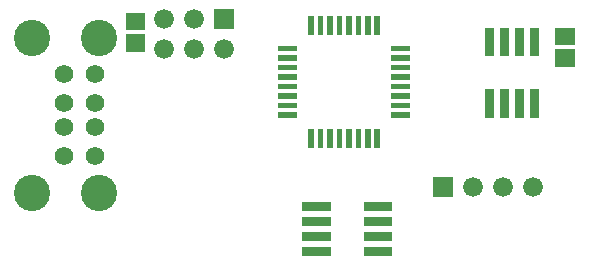
<source format=gbr>
G04 start of page 4 for group -4063 idx -4063 *
G04 Title: (unknown), componentmask *
G04 Creator: pcb 20091103 *
G04 CreationDate: Sat 19 Mar 2011 11:45:18 AM GMT UTC *
G04 For: gjhurlbu *
G04 Format: Gerber/RS-274X *
G04 PCB-Dimensions: 600000 500000 *
G04 PCB-Coordinate-Origin: lower left *
%MOIN*%
%FSLAX25Y25*%
%LNFRONTMASK*%
%ADD14C,0.0200*%
%ADD24C,0.0620*%
%ADD25C,0.1210*%
%ADD26C,0.0660*%
%ADD27R,0.0300X0.0300*%
%ADD28R,0.0572X0.0572*%
%ADD29R,0.0187X0.0187*%
G54D24*X70700Y409600D03*
Y399800D03*
Y382100D03*
G54D25*X60000Y370000D03*
G54D24*X81000Y409600D03*
G54D25*X82400Y421700D03*
X60000D03*
G54D24*X81000Y399800D03*
Y391900D03*
Y382100D03*
G54D25*X82400Y370000D03*
G54D14*G36*
X120700Y431300D02*Y424700D01*
X127300D01*
Y431300D01*
X120700D01*
G37*
G54D26*X124000Y418000D03*
X114000Y428000D03*
Y418000D03*
X104000Y428000D03*
Y418000D03*
G54D24*X70700Y391900D03*
G54D14*G36*
X193700Y375300D02*Y368700D01*
X200300D01*
Y375300D01*
X193700D01*
G37*
G54D26*X207000Y372000D03*
X217000D03*
X227000D03*
G54D27*X212500Y403000D02*Y396500D01*
X217500Y403000D02*Y396500D01*
X222500Y403000D02*Y396500D01*
X227500Y403000D02*Y396500D01*
G54D28*X237214Y414914D02*X238000D01*
G54D27*X217500Y423500D02*Y417000D01*
X212500Y423500D02*Y417000D01*
G54D28*X237214Y422000D02*X238000D01*
G54D27*X222500Y423500D02*Y417000D01*
X227500Y423500D02*Y417000D01*
G54D28*X94000Y427000D02*X94786D01*
X94000Y419914D02*X94786D01*
G54D27*X172000Y350500D02*X178500D01*
X172000Y355500D02*X178500D01*
X172000Y360500D02*X178500D01*
X172000Y365500D02*X178500D01*
X151500D02*X158000D01*
X151500Y360500D02*X158000D01*
X151500Y355500D02*X158000D01*
X151500Y350500D02*X158000D01*
G54D29*X180566Y395977D02*X184992D01*
X180566Y399126D02*X184992D01*
X180566Y402276D02*X184992D01*
X180566Y405425D02*X184992D01*
X180566Y408575D02*X184992D01*
X180566Y411725D02*X184992D01*
X180566Y414874D02*X184992D01*
X180566Y418024D02*X184992D01*
X152977Y390434D02*Y386008D01*
X156126Y390434D02*Y386008D01*
X159276Y390434D02*Y386008D01*
X162425Y390434D02*Y386008D01*
X165575Y390434D02*Y386008D01*
X168725Y390434D02*Y386008D01*
X171874Y390434D02*Y386008D01*
X175024Y390434D02*Y386008D01*
X175023Y427992D02*Y423566D01*
X171874Y427992D02*Y423566D01*
X168724Y427992D02*Y423566D01*
X165575Y427992D02*Y423566D01*
X162425Y427992D02*Y423566D01*
X159275Y427992D02*Y423566D01*
X156126Y427992D02*Y423566D01*
X152976Y427992D02*Y423566D01*
X143008Y418023D02*X147434D01*
X143008Y414874D02*X147434D01*
X143008Y411724D02*X147434D01*
X143008Y408575D02*X147434D01*
X143008Y405425D02*X147434D01*
X143008Y402275D02*X147434D01*
X143008Y399126D02*X147434D01*
X143008Y395976D02*X147434D01*
M02*

</source>
